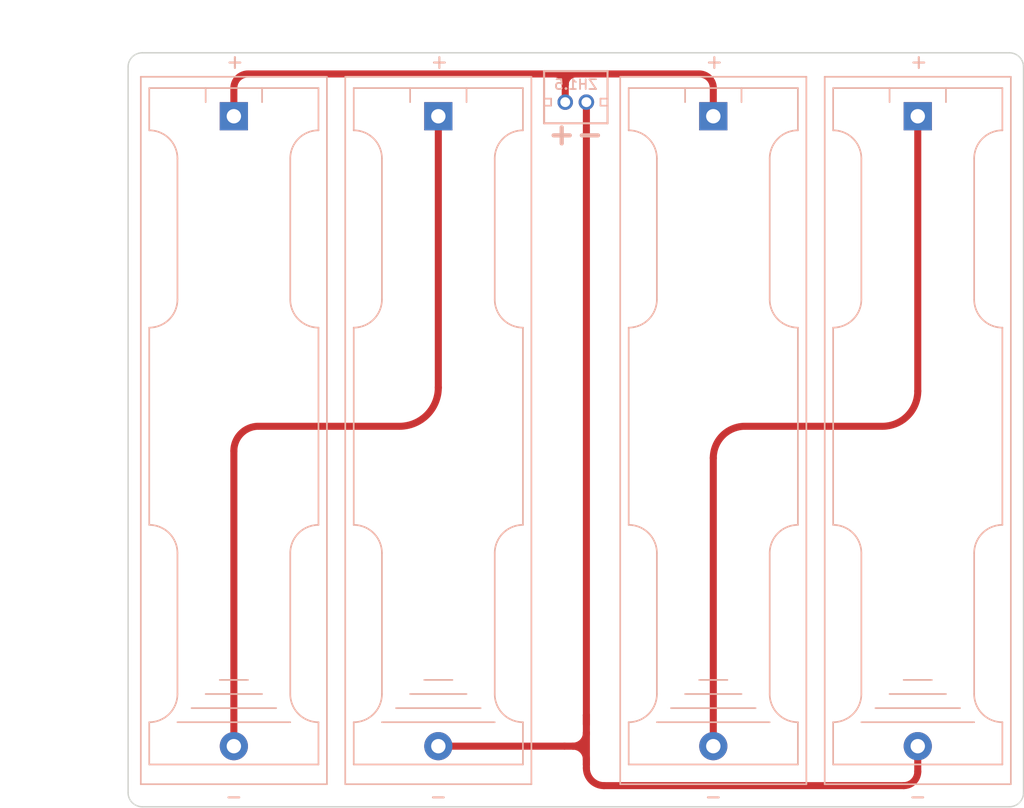
<source format=kicad_pcb>
(kicad_pcb (version 20241229) (generator "pcbnew") (generator_version "9.0")
  (layers (0 "F.Cu" signal) (2 "B.Cu" signal) (13 "F.Paste" user) (15 "B.Paste" user) (5 "F.SilkS" user "F.Silkscreen") (7 "B.SilkS" user "B.Silkscreen") (1 "F.Mask" user) (3 "B.Mask" user) (25 "Edge.Cuts" user))
  (net 0 "")
  (net 1 "GND")
  (net 2 "Net-(BT1-Pad2)")
  (net 3 "Net-(BT3-Pad2)")
  (net 4 "Bat+")
  (footprint "kbd_Parts:Battery_2pin_ZH_V_7sProM" (layer "F.Cu") (at 92.625 61.875)
    (property "Reference" "J1")
    (property "Value" "Conn_01x02" (hide yes))
    (fp_line (start -2.25 -2.2) (end 2.25 -2.2) (stroke (width 0.15)) (layer "B.SilkS"))
    (fp_line (start -2.25 0.25) (end -1.75 0.25) (stroke (width 0.12)) (layer "B.SilkS"))
    (fp_line (start -2.25 1.5) (end -2.25 -2.2) (stroke (width 0.15)) (layer "B.SilkS"))
    (fp_line (start -1.75 -0.25) (end -2.25 -0.25) (stroke (width 0.12)) (layer "B.SilkS"))
    (fp_line (start -1.75 0.25) (end -1.75 -0.25) (stroke (width 0.12)) (layer "B.SilkS"))
    (fp_line (start 1.75 -0.25) (end 1.75 0.25) (stroke (width 0.12)) (layer "B.SilkS"))
    (fp_line (start 1.75 0.25) (end 2.25 0.25) (stroke (width 0.12)) (layer "B.SilkS"))
    (fp_line (start 2.25 -2.2) (end 2.25 1.5) (stroke (width 0.15)) (layer "B.SilkS"))
    (fp_line (start 2.25 -0.25) (end 1.75 -0.25) (stroke (width 0.12)) (layer "B.SilkS"))
    (fp_line (start 2.25 1.5) (end -2.25 1.5) (stroke (width 0.15)) (layer "B.SilkS"))
    (fp_text user "ZH1.5" (at 0 -1.25 0) (layer "B.SilkS") (effects (font (size 0.7 0.7) (thickness 0.125)) (justify mirror)))
    (pad "1" thru_hole oval (at -0.75 0) (size 1.1 1.1) (drill oval 0.7) (layers "*.Cu" "*.Mask") (net 4 "Bat+") (clearance 0.15))
    (pad "2" thru_hole oval (at 0.75 0) (size 1.1 1.1) (drill oval 0.7) (layers "*.Cu" "*.Mask") (net 1 "GND") (clearance 0.15))
  )
  (footprint "kbd_Parts:BatteryHolder_1L_1xAAA" (layer "B.Cu") (at 82.875 62.875 -90)
    (property "Reference" "BT2" (hide yes))
    (property "Value" "Battery_Cell")
    (fp_line (start -2.8 6.6) (end -2.8 -6.6) (stroke (width 0.12)) (layer "B.SilkS"))
    (fp_line (start 47.4 6.6) (end -2.8 6.6) (stroke (width 0.12)) (layer "B.SilkS"))
    (fp_line (start -2 6) (end 1 6) (stroke (width 0.12)) (layer "B.SilkS"))
    (fp_line (start -2 6) (end -2 -6) (stroke (width 0.12)) (layer "B.SilkS"))
    (fp_line (start 29 6) (end 15 6) (stroke (width 0.12)) (layer "B.SilkS"))
    (fp_line (start 46 6) (end 43 6) (stroke (width 0.12)) (layer "B.SilkS"))
    (fp_line (start 46 6) (end 46 -6) (stroke (width 0.12)) (layer "B.SilkS"))
    (fp_line (start 3 4) (end 13 4) (stroke (width 0.12)) (layer "B.SilkS"))
    (fp_line (start 41 4) (end 31 4) (stroke (width 0.12)) (layer "B.SilkS"))
    (fp_line (start 43 4) (end 43 -4) (stroke (width 0.12)) (layer "B.SilkS"))
    (fp_line (start -2 2) (end -1 2) (stroke (width 0.12)) (layer "B.SilkS"))
    (fp_line (start 41 2) (end 41 -2) (stroke (width 0.12)) (layer "B.SilkS"))
    (fp_line (start 40 1) (end 40 -1) (stroke (width 0.12)) (layer "B.SilkS"))
    (fp_line (start -1 -2) (end -2 -2) (stroke (width 0.12)) (layer "B.SilkS"))
    (fp_line (start 42 -3) (end 42 3) (stroke (width 0.12)) (layer "B.SilkS"))
    (fp_line (start 3 -4) (end 13 -4) (stroke (width 0.12)) (layer "B.SilkS"))
    (fp_line (start 41 -4) (end 31 -4) (stroke (width 0.12)) (layer "B.SilkS"))
    (fp_line (start -2 -6) (end 1 -6) (stroke (width 0.12)) (layer "B.SilkS"))
    (fp_line (start 15 -6) (end 29 -6) (stroke (width 0.12)) (layer "B.SilkS"))
    (fp_line (start 46 -6) (end 43 -6) (stroke (width 0.12)) (layer "B.SilkS"))
    (fp_line (start -2.8 -6.6) (end 47.4 -6.6) (stroke (width 0.12)) (layer "B.SilkS"))
    (fp_line (start 47.4 -6.6) (end 47.4 6.6) (stroke (width 0.12)) (layer "B.SilkS"))
    (fp_arc (start 1 6) (mid 1.585786 4.585786) (end 3 4) (stroke (width 0.12)) (layer "B.SilkS"))
    (fp_arc (start 29 6) (mid 29.585786 4.585786) (end 31 4) (stroke (width 0.12)) (layer "B.SilkS"))
    (fp_arc (start 13 4) (mid 14.414214 4.585786) (end 15 6) (stroke (width 0.12)) (layer "B.SilkS"))
    (fp_arc (start 41 4) (mid 42.414214 4.585786) (end 43 6) (stroke (width 0.12)) (layer "B.SilkS"))
    (fp_arc (start 3 -4) (mid 1.585786 -4.585786) (end 1 -6) (stroke (width 0.12)) (layer "B.SilkS"))
    (fp_arc (start 31 -4) (mid 29.585786 -4.585786) (end 29 -6) (stroke (width 0.12)) (layer "B.SilkS"))
    (fp_arc (start 15 -6) (mid 14.414214 -4.585786) (end 13 -4) (stroke (width 0.12)) (layer "B.SilkS"))
    (fp_arc (start 43 -6) (mid 42.414214 -4.585786) (end 41 -4) (stroke (width 0.12)) (layer "B.SilkS"))
    (fp_text user "+" (at -3.81 0 90) (layer "B.SilkS") (effects (justify mirror)))
    (fp_text user "-" (at 48.26 0 180) (layer "B.SilkS") (effects (justify mirror)))
    (pad "1" thru_hole rect (at 0 0 270) (size 2 2) (drill 1.02) (layers "*.Cu" "*.Mask") (net 2 "Net-(BT1-Pad2)"))
    (pad "2" thru_hole circle (at 44.7 0 270) (size 2 2) (drill 1.02) (layers "*.Cu" "*.Mask") (net 1 "GND"))
  )
  (footprint "kbd_Parts:BatteryHolder_1L_1xAAA" (layer "B.Cu") (at 116.875 62.875 -90)
    (property "Reference" "BT4" (hide yes))
    (property "Value" "Battery_Cell")
    (fp_line (start -2.8 6.6) (end -2.8 -6.6) (stroke (width 0.12)) (layer "B.SilkS"))
    (fp_line (start 47.4 6.6) (end -2.8 6.6) (stroke (width 0.12)) (layer "B.SilkS"))
    (fp_line (start -2 6) (end 1 6) (stroke (width 0.12)) (layer "B.SilkS"))
    (fp_line (start -2 6) (end -2 -6) (stroke (width 0.12)) (layer "B.SilkS"))
    (fp_line (start 29 6) (end 15 6) (stroke (width 0.12)) (layer "B.SilkS"))
    (fp_line (start 46 6) (end 43 6) (stroke (width 0.12)) (layer "B.SilkS"))
    (fp_line (start 46 6) (end 46 -6) (stroke (width 0.12)) (layer "B.SilkS"))
    (fp_line (start 3 4) (end 13 4) (stroke (width 0.12)) (layer "B.SilkS"))
    (fp_line (start 41 4) (end 31 4) (stroke (width 0.12)) (layer "B.SilkS"))
    (fp_line (start 43 4) (end 43 -4) (stroke (width 0.12)) (layer "B.SilkS"))
    (fp_line (start -2 2) (end -1 2) (stroke (width 0.12)) (layer "B.SilkS"))
    (fp_line (start 41 2) (end 41 -2) (stroke (width 0.12)) (layer "B.SilkS"))
    (fp_line (start 40 1) (end 40 -1) (stroke (width 0.12)) (layer "B.SilkS"))
    (fp_line (start -1 -2) (end -2 -2) (stroke (width 0.12)) (layer "B.SilkS"))
    (fp_line (start 42 -3) (end 42 3) (stroke (width 0.12)) (layer "B.SilkS"))
    (fp_line (start 3 -4) (end 13 -4) (stroke (width 0.12)) (layer "B.SilkS"))
    (fp_line (start 41 -4) (end 31 -4) (stroke (width 0.12)) (layer "B.SilkS"))
    (fp_line (start -2 -6) (end 1 -6) (stroke (width 0.12)) (layer "B.SilkS"))
    (fp_line (start 15 -6) (end 29 -6) (stroke (width 0.12)) (layer "B.SilkS"))
    (fp_line (start 46 -6) (end 43 -6) (stroke (width 0.12)) (layer "B.SilkS"))
    (fp_line (start -2.8 -6.6) (end 47.4 -6.6) (stroke (width 0.12)) (layer "B.SilkS"))
    (fp_line (start 47.4 -6.6) (end 47.4 6.6) (stroke (width 0.12)) (layer "B.SilkS"))
    (fp_arc (start 1 6) (mid 1.585786 4.585786) (end 3 4) (stroke (width 0.12)) (layer "B.SilkS"))
    (fp_arc (start 29 6) (mid 29.585786 4.585786) (end 31 4) (stroke (width 0.12)) (layer "B.SilkS"))
    (fp_arc (start 13 4) (mid 14.414214 4.585786) (end 15 6) (stroke (width 0.12)) (layer "B.SilkS"))
    (fp_arc (start 41 4) (mid 42.414214 4.585786) (end 43 6) (stroke (width 0.12)) (layer "B.SilkS"))
    (fp_arc (start 3 -4) (mid 1.585786 -4.585786) (end 1 -6) (stroke (width 0.12)) (layer "B.SilkS"))
    (fp_arc (start 31 -4) (mid 29.585786 -4.585786) (end 29 -6) (stroke (width 0.12)) (layer "B.SilkS"))
    (fp_arc (start 15 -6) (mid 14.414214 -4.585786) (end 13 -4) (stroke (width 0.12)) (layer "B.SilkS"))
    (fp_arc (start 43 -6) (mid 42.414214 -4.585786) (end 41 -4) (stroke (width 0.12)) (layer "B.SilkS"))
    (fp_text user "+" (at -3.81 0 90) (layer "B.SilkS") (effects (justify mirror)))
    (fp_text user "-" (at 48.26 0 180) (layer "B.SilkS") (effects (justify mirror)))
    (pad "1" thru_hole rect (at 0 0 270) (size 2 2) (drill 1.02) (layers "*.Cu" "*.Mask") (net 3 "Net-(BT3-Pad2)"))
    (pad "2" thru_hole circle (at 44.7 0 270) (size 2 2) (drill 1.02) (layers "*.Cu" "*.Mask") (net 1 "GND"))
  )
  (footprint "kbd_Parts:BatteryHolder_1L_1xAAA" (layer "B.Cu") (at 102.375 62.875 -90)
    (property "Reference" "BT3" (hide yes))
    (property "Value" "Battery_Cell")
    (fp_line (start -2.8 6.6) (end -2.8 -6.6) (stroke (width 0.12)) (layer "B.SilkS"))
    (fp_line (start 47.4 6.6) (end -2.8 6.6) (stroke (width 0.12)) (layer "B.SilkS"))
    (fp_line (start -2 6) (end 1 6) (stroke (width 0.12)) (layer "B.SilkS"))
    (fp_line (start -2 6) (end -2 -6) (stroke (width 0.12)) (layer "B.SilkS"))
    (fp_line (start 29 6) (end 15 6) (stroke (width 0.12)) (layer "B.SilkS"))
    (fp_line (start 46 6) (end 43 6) (stroke (width 0.12)) (layer "B.SilkS"))
    (fp_line (start 46 6) (end 46 -6) (stroke (width 0.12)) (layer "B.SilkS"))
    (fp_line (start 3 4) (end 13 4) (stroke (width 0.12)) (layer "B.SilkS"))
    (fp_line (start 41 4) (end 31 4) (stroke (width 0.12)) (layer "B.SilkS"))
    (fp_line (start 43 4) (end 43 -4) (stroke (width 0.12)) (layer "B.SilkS"))
    (fp_line (start -2 2) (end -1 2) (stroke (width 0.12)) (layer "B.SilkS"))
    (fp_line (start 41 2) (end 41 -2) (stroke (width 0.12)) (layer "B.SilkS"))
    (fp_line (start 40 1) (end 40 -1) (stroke (width 0.12)) (layer "B.SilkS"))
    (fp_line (start -1 -2) (end -2 -2) (stroke (width 0.12)) (layer "B.SilkS"))
    (fp_line (start 42 -3) (end 42 3) (stroke (width 0.12)) (layer "B.SilkS"))
    (fp_line (start 3 -4) (end 13 -4) (stroke (width 0.12)) (layer "B.SilkS"))
    (fp_line (start 41 -4) (end 31 -4) (stroke (width 0.12)) (layer "B.SilkS"))
    (fp_line (start -2 -6) (end 1 -6) (stroke (width 0.12)) (layer "B.SilkS"))
    (fp_line (start 15 -6) (end 29 -6) (stroke (width 0.12)) (layer "B.SilkS"))
    (fp_line (start 46 -6) (end 43 -6) (stroke (width 0.12)) (layer "B.SilkS"))
    (fp_line (start -2.8 -6.6) (end 47.4 -6.6) (stroke (width 0.12)) (layer "B.SilkS"))
    (fp_line (start 47.4 -6.6) (end 47.4 6.6) (stroke (width 0.12)) (layer "B.SilkS"))
    (fp_arc (start 1 6) (mid 1.585786 4.585786) (end 3 4) (stroke (width 0.12)) (layer "B.SilkS"))
    (fp_arc (start 29 6) (mid 29.585786 4.585786) (end 31 4) (stroke (width 0.12)) (layer "B.SilkS"))
    (fp_arc (start 13 4) (mid 14.414214 4.585786) (end 15 6) (stroke (width 0.12)) (layer "B.SilkS"))
    (fp_arc (start 41 4) (mid 42.414214 4.585786) (end 43 6) (stroke (width 0.12)) (layer "B.SilkS"))
    (fp_arc (start 3 -4) (mid 1.585786 -4.585786) (end 1 -6) (stroke (width 0.12)) (layer "B.SilkS"))
    (fp_arc (start 31 -4) (mid 29.585786 -4.585786) (end 29 -6) (stroke (width 0.12)) (layer "B.SilkS"))
    (fp_arc (start 15 -6) (mid 14.414214 -4.585786) (end 13 -4) (stroke (width 0.12)) (layer "B.SilkS"))
    (fp_arc (start 43 -6) (mid 42.414214 -4.585786) (end 41 -4) (stroke (width 0.12)) (layer "B.SilkS"))
    (fp_text user "-" (at 48.26 0 180) (layer "B.SilkS") (effects (justify mirror)))
    (fp_text user "+" (at -3.81 0 90) (layer "B.SilkS") (effects (justify mirror)))
    (pad "1" thru_hole rect (at 0 0 270) (size 2 2) (drill 1.02) (layers "*.Cu" "*.Mask") (net 4 "Bat+"))
    (pad "2" thru_hole circle (at 44.7 0 270) (size 2 2) (drill 1.02) (layers "*.Cu" "*.Mask") (net 3 "Net-(BT3-Pad2)"))
  )
  (footprint "kbd_Parts:BatteryHolder_1L_1xAAA" (layer "B.Cu") (at 68.375 62.875 -90)
    (property "Reference" "BT1" (hide yes))
    (property "Value" "Battery_Cell")
    (fp_line (start -2.8 6.6) (end -2.8 -6.6) (stroke (width 0.12)) (layer "B.SilkS"))
    (fp_line (start 47.4 6.6) (end -2.8 6.6) (stroke (width 0.12)) (layer "B.SilkS"))
    (fp_line (start -2 6) (end 1 6) (stroke (width 0.12)) (layer "B.SilkS"))
    (fp_line (start -2 6) (end -2 -6) (stroke (width 0.12)) (layer "B.SilkS"))
    (fp_line (start 29 6) (end 15 6) (stroke (width 0.12)) (layer "B.SilkS"))
    (fp_line (start 46 6) (end 43 6) (stroke (width 0.12)) (layer "B.SilkS"))
    (fp_line (start 46 6) (end 46 -6) (stroke (width 0.12)) (layer "B.SilkS"))
    (fp_line (start 3 4) (end 13 4) (stroke (width 0.12)) (layer "B.SilkS"))
    (fp_line (start 41 4) (end 31 4) (stroke (width 0.12)) (layer "B.SilkS"))
    (fp_line (start 43 4) (end 43 -4) (stroke (width 0.12)) (layer "B.SilkS"))
    (fp_line (start -2 2) (end -1 2) (stroke (width 0.12)) (layer "B.SilkS"))
    (fp_line (start 41 2) (end 41 -2) (stroke (width 0.12)) (layer "B.SilkS"))
    (fp_line (start 40 1) (end 40 -1) (stroke (width 0.12)) (layer "B.SilkS"))
    (fp_line (start -1 -2) (end -2 -2) (stroke (width 0.12)) (layer "B.SilkS"))
    (fp_line (start 42 -3) (end 42 3) (stroke (width 0.12)) (layer "B.SilkS"))
    (fp_line (start 3 -4) (end 13 -4) (stroke (width 0.12)) (layer "B.SilkS"))
    (fp_line (start 41 -4) (end 31 -4) (stroke (width 0.12)) (layer "B.SilkS"))
    (fp_line (start -2 -6) (end 1 -6) (stroke (width 0.12)) (layer "B.SilkS"))
    (fp_line (start 15 -6) (end 29 -6) (stroke (width 0.12)) (layer "B.SilkS"))
    (fp_line (start 46 -6) (end 43 -6) (stroke (width 0.12)) (layer "B.SilkS"))
    (fp_line (start -2.8 -6.6) (end 47.4 -6.6) (stroke (width 0.12)) (layer "B.SilkS"))
    (fp_line (start 47.4 -6.6) (end 47.4 6.6) (stroke (width 0.12)) (layer "B.SilkS"))
    (fp_arc (start 1 6) (mid 1.585786 4.585786) (end 3 4) (stroke (width 0.12)) (layer "B.SilkS"))
    (fp_arc (start 29 6) (mid 29.585786 4.585786) (end 31 4) (stroke (width 0.12)) (layer "B.SilkS"))
    (fp_arc (start 13 4) (mid 14.414214 4.585786) (end 15 6) (stroke (width 0.12)) (layer "B.SilkS"))
    (fp_arc (start 41 4) (mid 42.414214 4.585786) (end 43 6) (stroke (width 0.12)) (layer "B.SilkS"))
    (fp_arc (start 3 -4) (mid 1.585786 -4.585786) (end 1 -6) (stroke (width 0.12)) (layer "B.SilkS"))
    (fp_arc (start 31 -4) (mid 29.585786 -4.585786) (end 29 -6) (stroke (width 0.12)) (layer "B.SilkS"))
    (fp_arc (start 15 -6) (mid 14.414214 -4.585786) (end 13 -4) (stroke (width 0.12)) (layer "B.SilkS"))
    (fp_arc (start 43 -6) (mid 42.414214 -4.585786) (end 41 -4) (stroke (width 0.12)) (layer "B.SilkS"))
    (fp_text user "+" (at -3.81 0 90) (layer "B.SilkS") (effects (justify mirror)))
    (fp_text user "-" (at 48.26 0 180) (layer "B.SilkS") (effects (justify mirror)))
    (pad "1" thru_hole rect (at 0 0 270) (size 2 2) (drill 1.02) (layers "*.Cu" "*.Mask") (net 4 "Bat+"))
    (pad "2" thru_hole circle (at 44.7 0 270) (size 2 2) (drill 1.02) (layers "*.Cu" "*.Mask") (net 2 "Net-(BT1-Pad2)"))
  )
  (gr_line (start 61.875 58.375) (end 123.375 58.375) (stroke (width 0.1)) (layer "Edge.Cuts"))
  (gr_line (start 124.375 59.375) (end 124.375 110.875) (stroke (width 0.1)) (layer "Edge.Cuts"))
  (gr_arc (start 61.875 111.875) (mid 61.167893 111.582107) (end 60.875 110.875) (stroke (width 0.1)) (layer "Edge.Cuts"))
  (gr_arc (start 124.375 110.875) (mid 124.082107 111.582107) (end 123.375 111.875) (stroke (width 0.1)) (layer "Edge.Cuts"))
  (gr_line (start 60.875 59.375) (end 60.875 110.875) (stroke (width 0.1)) (layer "Edge.Cuts"))
  (gr_arc (start 60.875 59.375) (mid 61.167893 58.667893) (end 61.875 58.375) (stroke (width 0.1)) (layer "Edge.Cuts"))
  (gr_line (start 61.875 111.875) (end 123.375 111.875) (stroke (width 0.1)) (layer "Edge.Cuts"))
  (gr_arc (start 123.375 58.375) (mid 124.082107 58.667893) (end 124.375 59.375) (stroke (width 0.1)) (layer "Edge.Cuts"))
  (gr_text "-" (at 93.625 64.125 0) (layer "B.SilkS") (effects (font (size 1.5 1.5) (thickness 0.3)) (justify mirror)))
  (gr_text "+" (at 91.625 64.125 0) (layer "B.SilkS") (effects (font (size 1.5 1.5) (thickness 0.3)) (justify mirror)))
  (segment (start 91.825 107.575) (end 92.425 107.575) (width 0.5) (layer "F.Cu") (net 1))
  (segment (start 93.375 108.875) (end 93.375 106.625) (width 0.5) (layer "F.Cu") (net 1))
  (segment (start 93.375 106.625) (end 93.375 105.375) (width 0.5) (layer "F.Cu") (net 1))
  (segment (start 116.875 107.575) (end 116.875 109.375) (width 0.5) (layer "F.Cu") (net 1))
  (segment (start 93.375 105.375) (end 93.375 106.025) (width 0.5) (layer "F.Cu") (net 1))
  (segment (start 93.375 108.875) (end 93.375 108.525) (width 0.5) (layer "F.Cu") (net 1))
  (segment (start 115.875 110.375) (end 94.625 110.375) (width 0.5) (layer "F.Cu") (net 1))
  (segment (start 93.375 109.125) (end 93.375 108.875) (width 0.5) (layer "F.Cu") (net 1))
  (segment (start 93.375 61.875) (end 93.375 105.375) (width 0.5) (layer "F.Cu") (net 1))
  (segment (start 82.875 107.575) (end 91.825 107.575) (width 0.5) (layer "F.Cu") (net 1))
  (arc (start 116.875 109.375) (mid 116.582107 110.082107) (end 115.875 110.375) (width 0.5) (layer "F.Cu") (net 1))
  (arc (start 92.425 107.575) (mid 93.096751 107.296751) (end 93.375 106.625) (width 0.5) (layer "F.Cu") (net 1))
  (arc (start 93.375 108.525) (mid 93.096751 107.853249) (end 92.425 107.575) (width 0.5) (layer "F.Cu") (net 1))
  (arc (start 94.625 110.375) (mid 93.741117 110.008883) (end 93.375 109.125) (width 0.5) (layer "F.Cu") (net 1))
  (segment (start 82.875 62.875) (end 82.875 82.125) (width 0.5) (layer "F.Cu") (net 2))
  (segment (start 80.125 84.875) (end 70.125 84.875) (width 0.5) (layer "F.Cu") (net 2))
  (segment (start 68.375 86.625) (end 68.375 107.575) (width 0.5) (layer "F.Cu") (net 2))
  (arc (start 70.125 84.875) (mid 68.887563 85.387563) (end 68.375 86.625) (width 0.5) (layer "F.Cu") (net 2))
  (arc (start 82.875 82.125) (mid 82.069544 84.069544) (end 80.125 84.875) (width 0.5) (layer "F.Cu") (net 2))
  (segment (start 102.375 87.125) (end 102.375 107.575) (width 0.5) (layer "F.Cu") (net 3))
  (segment (start 114.375 84.875) (end 104.625 84.875) (width 0.5) (layer "F.Cu") (net 3))
  (segment (start 116.875 62.875) (end 116.875 82.375) (width 0.5) (layer "F.Cu") (net 3))
  (arc (start 116.875 82.375) (mid 116.142767 84.142767) (end 114.375 84.875) (width 0.5) (layer "F.Cu") (net 3))
  (arc (start 104.625 84.875) (mid 103.03401 85.53401) (end 102.375 87.125) (width 0.5) (layer "F.Cu") (net 3))
  (segment (start 91.125 59.875) (end 92.875 59.875) (width 0.5) (layer "F.Cu") (net 4))
  (segment (start 92.875 59.875) (end 92.625 59.875) (width 0.5) (layer "F.Cu") (net 4))
  (segment (start 91.875 60.625) (end 91.875 61.875) (width 0.5) (layer "F.Cu") (net 4))
  (segment (start 69.375 59.875) (end 91.125 59.875) (width 0.5) (layer "F.Cu") (net 4))
  (segment (start 92.875 59.875) (end 101.375 59.875) (width 0.5) (layer "F.Cu") (net 4))
  (segment (start 68.375 62.875) (end 68.375 60.875) (width 0.5) (layer "F.Cu") (net 4))
  (segment (start 102.375 60.875) (end 102.375 62.875) (width 0.5) (layer "F.Cu") (net 4))
  (arc (start 91.125 59.875) (mid 91.65533 60.09467) (end 91.875 60.625) (width 0.5) (layer "F.Cu") (net 4))
  (arc (start 101.375 59.875) (mid 102.082107 60.167893) (end 102.375 60.875) (width 0.5) (layer "F.Cu") (net 4))
  (arc (start 68.375 60.875) (mid 68.667893 60.167893) (end 69.375 59.875) (width 0.5) (layer "F.Cu") (net 4))
  (arc (start 92.625 59.875) (mid 92.09467 60.09467) (end 91.875 60.625) (width 0.5) (layer "F.Cu") (net 4))
)
</source>
